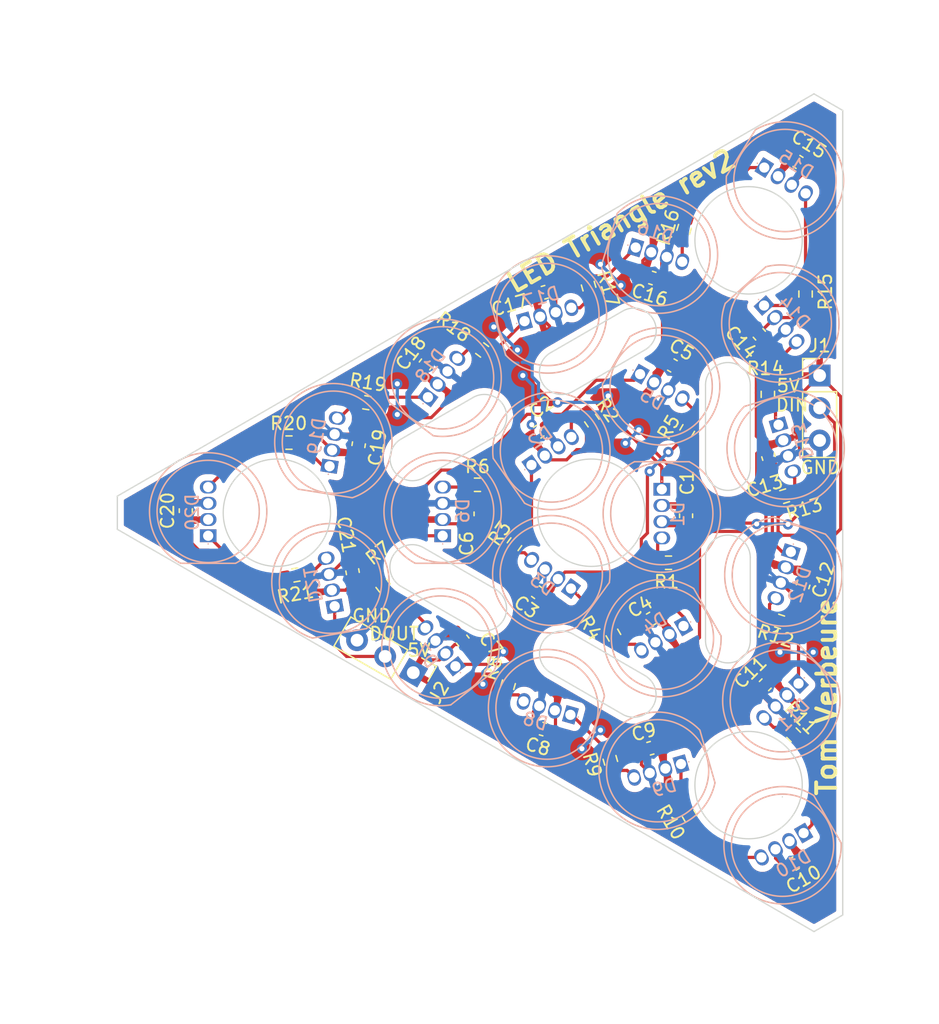
<source format=kicad_pcb>
(kicad_pcb (version 20211014) (generator pcbnew)
  (layers (0 "F.Cu" signal) (31 "B.Cu" signal) (34 "B.Paste" user) (35 "F.Paste" user) (36 "B.SilkS" user "B.Silkscreen") (37 "F.SilkS" user "F.Silkscreen") (38 "B.Mask" user) (39 "F.Mask" user) (44 "Edge.Cuts" user))
  (net 0 "")
  (net 1 "Net-(D1-Pad1)")
  (net 2 "+5V")
  (net 3 "GND")
  (net 4 "Net-(D1-Pad4)")
  (net 5 "Net-(D2-Pad1)")
  (net 6 "Net-(D2-Pad4)")
  (net 7 "Net-(D3-Pad1)")
  (net 8 "Net-(D3-Pad4)")
  (net 9 "Net-(D4-Pad1)")
  (net 10 "Net-(D4-Pad4)")
  (net 11 "Net-(D5-Pad1)")
  (net 12 "Net-(D5-Pad4)")
  (net 13 "Net-(D6-Pad1)")
  (net 14 "Net-(D6-Pad4)")
  (net 15 "Net-(D7-Pad1)")
  (net 16 "Net-(D7-Pad4)")
  (net 17 "Net-(D8-Pad1)")
  (net 18 "Net-(D8-Pad4)")
  (net 19 "Net-(D9-Pad1)")
  (net 20 "Net-(D9-Pad4)")
  (net 21 "Net-(D10-Pad1)")
  (net 22 "Net-(D10-Pad4)")
  (net 23 "Net-(D11-Pad1)")
  (net 24 "Net-(D11-Pad4)")
  (net 25 "Net-(D12-Pad1)")
  (net 26 "Net-(D12-Pad4)")
  (net 27 "Net-(D13-Pad1)")
  (net 28 "Net-(D13-Pad4)")
  (net 29 "Net-(D14-Pad1)")
  (net 30 "Net-(D14-Pad4)")
  (net 31 "Net-(D15-Pad1)")
  (net 32 "Net-(D15-Pad4)")
  (net 33 "Net-(D16-Pad1)")
  (net 34 "Net-(D16-Pad4)")
  (net 35 "Net-(D17-Pad1)")
  (net 36 "Net-(D17-Pad4)")
  (net 37 "Net-(D18-Pad1)")
  (net 38 "Net-(D18-Pad4)")
  (net 39 "Net-(D19-Pad1)")
  (net 40 "Net-(D19-Pad4)")
  (net 41 "Net-(D20-Pad1)")
  (net 42 "Net-(D20-Pad4)")
  (net 43 "/DOUT")
  (net 44 "Net-(D21-Pad4)")
  (net 45 "/DIN")
  (footprint "Capacitor_SMD:C_0603_1608Metric" (layer "F.Cu") (at 158.760512 89.287069 -108)
    (fp_text reference "C12")
    (fp_text value "100nF")
  )
  (footprint "Resistor_SMD:R_0603_1608Metric" (layer "F.Cu") (at 158.95 66.525 -90)
    (fp_text reference "R15")
    (fp_text value "75")
  )
  (footprint "Capacitor_SMD:C_0603_1608Metric" (layer "F.Cu") (at 146.87883 91.9375 -150)
    (fp_text reference "C4")
    (fp_text value "100nF")
  )
  (footprint "Capacitor_SMD:C_0603_1608Metric" (layer "F.Cu") (at 146.805022 102.063619 -164)
    (fp_text reference "C9")
    (fp_text value "100nF")
  )
  (footprint "Connector_PinHeader_2.54mm:PinHeader_1x03_P2.54mm_Vertical" (layer "F.Cu") (at 128.25 96.15 -120)
    (fp_text reference "J2")
    (fp_text value "Conn_01x03_Male")
  )
  (footprint "Resistor_SMD:R_0603_1608Metric" (layer "F.Cu") (at 142.226799 76.4242 -55)
    (fp_text reference "R2")
    (fp_text value "75")
  )
  (footprint "Capacitor_SMD:C_0603_1608Metric" (layer "F.Cu") (at 146.958864 65.273412 -17)
    (fp_text reference "C16")
    (fp_text value "100nF")
  )
  (footprint "Resistor_SMD:R_0603_1608Metric" (layer "F.Cu") (at 141.972599 65.906959 106)
    (fp_text reference "R17")
    (fp_text value "75")
  )
  (footprint "Resistor_SMD:R_0603_1608Metric" (layer "F.Cu") (at 135.672599 97.093041 74)
    (fp_text reference "R8")
    (fp_text value "75")
  )
  (footprint "Resistor_SMD:R_0603_1608Metric" (layer "F.Cu") (at 124.614843 75.029058 -9)
    (fp_text reference "R19")
    (fp_text value "75")
  )
  (footprint "Resistor_SMD:R_0603_1608Metric" (layer "F.Cu") (at 156.915378 92.145061 -18)
    (fp_text reference "R12")
    (fp_text value "75")
  )
  (footprint "Connector_PinHeader_2.54mm:PinHeader_1x03_P2.54mm_Vertical" (layer "F.Cu") (at 160.05 72.9)
    (fp_text reference "J1")
    (fp_text value "Conn_01x03_Male")
  )
  (footprint "Resistor_SMD:R_0603_1608Metric" (layer "F.Cu") (at 158.016637 101.016637 -45)
    (fp_text reference "R11")
    (fp_text value "75")
  )
  (footprint "Resistor_SMD:R_0603_1608Metric" (layer "F.Cu") (at 156 74.375 -90)
    (fp_text reference "R14")
    (fp_text value "75")
  )
  (footprint "Capacitor_SMD:C_0603_1608Metric" (layer "F.Cu") (at 132.122862 93.639292 128)
    (fp_text reference "C7")
    (fp_text value "100nF")
  )
  (footprint "Resistor_SMD:R_0603_1608Metric" (layer "F.Cu") (at 143.672599 103.006959 106)
    (fp_text reference "R9")
    (fp_text value "75")
  )
  (footprint "Capacitor_SMD:C_0603_1608Metric" (layer "F.Cu") (at 156.05 79.25 -73)
    (fp_text reference "C13")
    (fp_text value "100nF")
  )
  (footprint "Resistor_SMD:R_0603_1608Metric" (layer "F.Cu") (at 125.892079 89.349891 128)
    (fp_text reference "R7")
    (fp_text value "75")
  )
  (footprint "Resistor_SMD:R_0603_1608Metric" (layer "F.Cu") (at 148.225 87.55)
    (fp_text reference "R1")
    (fp_text value "75")
  )
  (footprint "Capacitor_SMD:C_0603_1608Metric" (layer "F.Cu") (at 138.394978 100.563619 164)
    (fp_text reference "C8")
    (fp_text value "100nF")
  )
  (footprint "Capacitor_SMD:C_0603_1608Metric" (layer "F.Cu") (at 155.331424 69.674063 -48)
    (fp_text reference "C14")
    (fp_text value "100nF")
  )
  (footprint "Resistor_SMD:R_0603_1608Metric" (layer "F.Cu") (at 133.275 81.45)
    (fp_text reference "R6")
    (fp_text value "75")
  )
  (footprint "Capacitor_SMD:C_0603_1608Metric" (layer "F.Cu") (at 129.216407 72.031057 53)
    (fp_text reference "C18")
    (fp_text value "100nF")
  )
  (footprint "Capacitor_SMD:C_0603_1608Metric" (layer "F.Cu") (at 132.5 83.725 90)
    (fp_text reference "C6")
    (fp_text value "100nF")
  )
  (footprint "Capacitor_SMD:C_0603_1608Metric" (layer "F.Cu") (at 138.544978 66.386381 16)
    (fp_text reference "C17")
    (fp_text value "100nF")
  )
  (footprint "Capacitor_SMD:C_0603_1608Metric" (layer "F.Cu") (at 110.45 83.475 90)
    (fp_text reference "C20")
    (fp_text value "100nF")
  )
  (footprint "Resistor_SMD:R_0603_1608Metric" (layer "F.Cu") (at 143.9125 93.214471 120)
    (fp_text reference "R4")
    (fp_text value "75")
  )
  (footprint "Resistor_SMD:R_0603_1608Metric" (layer "F.Cu") (at 149.6875 77.214471 -120)
    (fp_text reference "R5")
    (fp_text value "75")
  )
  (footprint "Resistor_SMD:R_0603_1608Metric" (layer "F.Cu") (at 157.311049 82.341207 -163)
    (fp_text reference "R13")
    (fp_text value "75")
  )
  (footprint "Resistor_SMD:R_0603_1608Metric" (layer "F.Cu") (at 136.171723 86.098961 54)
    (fp_text reference "R3")
    (fp_text value "75")
  )
  (footprint "Capacitor_SMD:C_0603_1608Metric" (layer "F.Cu") (at 155.798008 97.101992 -135)
    (fp_text reference "C11")
    (fp_text value "100nF")
  )
  (footprint "Capacitor_SMD:C_0603_1608Metric" (layer "F.Cu") (at 148.52883 72.1125 -30)
    (fp_text reference "C5")
    (fp_text value "100nF")
  )
  (footprint "Capacitor_SMD:C_0603_1608Metric" (layer "F.Cu") (at 138.065157 77.294522 35)
    (fp_text reference "C2")
    (fp_text value "100nF")
  )
  (footprint "Resistor_SMD:R_0603_1608Metric" (layer "F.Cu") (at 149.8875 107.385529 120)
    (fp_text reference "R10")
    (fp_text value "75")
  )
  (footprint "Resistor_SMD:R_0603_1608Metric" (layer "F.Cu") (at 119.062466 88.50674 -170)
    (fp_text reference "R21")
    (fp_text value "75")
  )
  (footprint "Resistor_SMD:R_0603_1608Metric" (layer "F.Cu") (at 149.441207 61.461049 73)
    (fp_text reference "R16")
    (fp_text value "75")
  )
  (footprint "Capacitor_SMD:C_0603_1608Metric" (layer "F.Cu") (at 149.6 83.875 -90)
    (fp_text reference "C1")
    (fp_text value "100nF")
  )
  (footprint "Capacitor_SMD:C_0603_1608Metric" (layer "F.Cu") (at 123.978763 78.315458 81)
    (fp_text reference "C19")
    (fp_text value "100nF")
  )
  (footprint "Capacitor_SMD:C_0603_1608Metric" (layer "F.Cu") (at 158.357237 56.189313 -32)
    (fp_text reference "C15")
    (fp_text value "100nF")
  )
  (footprint "Capacitor_SMD:C_0603_1608Metric" (layer "F.Cu") (at 137.926988 89.855534 144)
    (fp_text reference "C3")
    (fp_text value "100nF")
  )
  (footprint "Capacitor_SMD:C_0603_1608Metric" (layer "F.Cu") (at 158.07883 111.0875 -150)
    (fp_text reference "C10")
    (fp_text value "100nF")
  )
  (footprint "Resistor_SMD:R_0603_1608Metric" (layer "F.Cu") (at 118.525 78.15)
    (fp_text reference "R20")
    (fp_text value "75")
  )
  (footprint "Resistor_SMD:R_0603_1608Metric" (layer "F.Cu") (at 133.641126 70.903503 -37)
    (fp_text reference "R18")
    (fp_text value "75")
  )
  (footprint "Capacitor_SMD:C_0603_1608Metric" (layer "F.Cu") (at 123.5 88.25 100)
    (fp_text reference "C21")
    (fp_text value "100nF")
  )
  (footprint "LED_ball_footprints:LED_D8.0mm-4" (layer "B.Cu") (at 147.368796 103.825089 -164)
    (fp_text reference "D9")
    (fp_text value "WS2812D-F8")
  )
  (footprint "LED_ball_footprints:LED_D8.0mm-4" (layer "B.Cu") (at 157.211323 88.511763 -108)
    (fp_text reference "D12")
    (fp_text value "WS2812D-F8")
  )
  (footprint "LED_ball_footprints:LED_D8.0mm-4" (layer "B.Cu") (at 157.334468 57.640504 -32)
    (fp_text reference "D15")
    (fp_text value "WS2812D-F8")
  )
  (footprint "LED_ball_footprints:LED_D8.0mm-4" (layer "B.Cu") (at 121.7692 89.073941 100)
    (fp_text reference "D21")
    (fp_text value "WS2812D-F8")
  )
  (footprint "LED_ball_footprints:LED_D8.0mm-4" (layer "B.Cu") (at 147.650222 73.7475 -30)
    (fp_text reference "D5")
    (fp_text value "WS2812D-F8")
  )
  (footprint "LED_ball_footprints:LED_D8.0mm-4" (layer "B.Cu") (at 130.377165 94.14884 128)
    (fp_text reference "D7")
    (fp_text value "WS2812D-F8")
  )
  (footprint "LED_ball_footprints:LED_D8.0mm-4" (layer "B.Cu") (at 112.2 83.535 90)
    (fp_text reference "D20")
    (fp_text value "WS2812D-F8")
  )
  (footprint "LED_ball_footprints:LED_D8.0mm-4" (layer "B.Cu") (at 130.546458 73.078599 53)
    (fp_text reference "D18")
    (fp_text value "WS2812D-F8")
  )
  (footprint "LED_ball_footprints:LED_D8.0mm-4" (layer "B.Cu") (at 147.7 83.705 -90)
    (fp_text reference "D1")
    (fp_text value "WS2812D-F8")
  )
  (footprint "LED_ball_footprints:LED_D8.0mm-4" (layer "B.Cu") (at 130.55 83.535 90)
    (fp_text reference "D6")
    (fp_text value "WS2812D-F8")
  )
  (footprint "LED_ball_footprints:LED_D8.0mm-4" (layer "B.Cu") (at 147.478239 63.443032 -17)
    (fp_text reference "D16")
    (fp_text value "WS2812D-F8")
  )
  (footprint "LED_ball_footprints:LED_D8.0mm-4" (layer "B.Cu") (at 157.052962 98.347038 -135)
    (fp_text reference "D11")
    (fp_text value "WS2812D-F8")
  )
  (footprint "LED_ball_footprints:LED_D8.0mm-4" (layer "B.Cu") (at 121.998008 78.118454 81)
    (fp_text reference "D19")
    (fp_text value "WS2812D-F8")
  )
  (footprint "LED_ball_footprints:LED_D8.0mm-4" (layer "B.Cu") (at 139.05 88.45 144)
    (fp_text reference "D3")
    (fp_text value "WS2812D-F8")
  )
  (footprint "LED_ball_footprints:LED_D8.0mm-4" (layer "B.Cu") (at 157.150222 109.6525 -150)
    (fp_text reference "D10")
    (fp_text value "WS2812D-F8")
  )
  (footprint "LED_ball_footprints:LED_D8.0mm-4" (layer "B.Cu") (at 138.718796 98.924911 164)
    (fp_text reference "D8")
    (fp_text value "WS2812D-F8")
  )
  (footprint "LED_ball_footprints:LED_D8.0mm-4" (layer "B.Cu") (at 138.789599 68.12503 16)
    (fp_text reference "D17")
    (fp_text value "WS2812D-F8")
  )
  (footprint "LED_ball_footprints:LED_D8.0mm-4" (layer "B.Cu") (at 156.974694 68.840691 -48)
    (fp_text reference "D14")
    (fp_text value "WS2812D-F8")
  )
  (footprint "LED_ball_footprints:LED_D8.0mm-4" (layer "B.Cu") (at 157.393032 78.578239 -73)
    (fp_text reference "D13")
    (fp_text value "WS2812D-F8")
  )
  (footprint "LED_ball_footprints:LED_D8.0mm-4" (layer "B.Cu") (at 139.060485 78.807337 35)
    (fp_text reference "D2")
    (fp_text value "WS2812D-F8")
  )
  (footprint "LED_ball_footprints:LED_D8.0mm-4" (layer "B.Cu") (at 147.750222 93.4525 -150)
    (fp_text reference "D4")
    (fp_text value "WS2812D-F8")
  )
  (gr_line (start 129.058 80.8975) (end 134.687 77.6475) (layer "Edge.Cuts") (width 0.1))
  (gr_line (start 144.628 99.4065) (end 138.999 96.1565) (layer "Edge.Cuts") (width 0.1))
  (gr_line (start 159.608 116.4105) (end 161.858 115.1115) (layer "Edge.Cuts") (width 0.1))
  (gr_arc (start 138.999 96.1565) (mid 138.358658 93.766091) (end 140.749 93.1255) (layer "Edge.Cuts") (width 0.1))
  (gr_arc (start 132.937 74.6165) (mid 135.326908 75.257342) (end 134.687 77.6475) (layer "Edge.Cuts") (width 0.1))
  (gr_line (start 161.858 52.1615) (end 161.858 115.1115) (layer "Edge.Cuts") (width 0.1))
  (gr_arc (start 144.628 67.8665) (mid 147.018659 68.506908) (end 146.378 70.8975) (layer "Edge.Cuts") (width 0.1))
  (gr_line (start 151.122 80.1365) (end 151.122 73.6365) (layer "Edge.Cuts") (width 0.1))
  (gr_arc (start 140.749 74.1475) (mid 138.358658 73.506909) (end 138.999 71.1165) (layer "Edge.Cuts") (width 0.1))
  (gr_line (start 132.937 92.6565) (end 127.308 89.4065) (layer "Edge.Cuts") (width 0.1))
  (gr_line (start 127.308 77.8665) (end 132.937 74.6165) (layer "Edge.Cuts") (width 0.1))
  (gr_line (start 157.135 105.8685) (end 157.135 105.8685) (layer "Edge.Cuts") (width 0.1))
  (gr_line (start 151.122 87.1365) (end 151.122 93.6365) (layer "Edge.Cuts") (width 0.1))
  (gr_circle (center 117.577 83.6365) (end 121.777 83.6365) (layer "Edge.Cuts") (width 0.1) (fill none))
  (gr_line (start 154.622 73.6365) (end 154.622 80.1365) (layer "Edge.Cuts") (width 0.1))
  (gr_line (start 159.608 50.8625) (end 161.858 52.1615) (layer "Edge.Cuts") (width 0.1))
  (gr_line (start 159.608 116.4105) (end 105.092 84.9355) (layer "Edge.Cuts") (width 0.1))
  (gr_line (start 105.092 82.3375) (end 159.608 50.8625) (layer "Edge.Cuts") (width 0.1))
  (gr_circle (center 154.491 104.9485) (end 158.691 104.9485) (layer "Edge.Cuts") (width 0.1) (fill none))
  (gr_arc (start 151.122 73.6365) (mid 152.872 71.8865) (end 154.622 73.6365) (layer "Edge.Cuts") (width 0.1))
  (gr_arc (start 146.378 96.3755) (mid 147.018659 98.766092) (end 144.628 99.4065) (layer "Edge.Cuts") (width 0.1))
  (gr_line (start 138.999 71.1165) (end 144.628 67.8665) (layer "Edge.Cuts") (width 0.1))
  (gr_line (start 140.749 93.1255) (end 146.378 96.3755) (layer "Edge.Cuts") (width 0.1))
  (gr_line (start 154.622 93.6365) (end 154.622 87.1365) (layer "Edge.Cuts") (width 0.1))
  (gr_arc (start 129.058 80.8975) (mid 126.666909 80.257341) (end 127.308 77.8665) (layer "Edge.Cuts") (width 0.1))
  (gr_arc (start 154.622 80.1365) (mid 152.872 81.8865) (end 151.122 80.1365) (layer "Edge.Cuts") (width 0.1))
  (gr_arc (start 154.622 93.6365) (mid 152.872 95.3865) (end 151.122 93.6365) (layer "Edge.Cuts") (width 0.1))
  (gr_arc (start 127.308 89.4065) (mid 126.666909 87.015659) (end 129.058 86.3755) (layer "Edge.Cuts") (width 0.1))
  (gr_arc (start 151.122 87.1365) (mid 152.872 85.3865) (end 154.622 87.1365) (layer "Edge.Cuts") (width 0.1))
  (gr_line (start 129.058 86.3755) (end 134.687 89.6255) (layer "Edge.Cuts") (width 0.1))
  (gr_circle (center 154.491 62.3245) (end 158.691 62.3245) (layer "Edge.Cuts") (width 0.1) (fill none))
  (gr_line (start 105.092 84.9355) (end 105.092 82.3375) (layer "Edge.Cuts") (width 0.1))
  (gr_arc (start 134.687 89.6255) (mid 135.326908 92.015658) (end 132.937 92.6565) (layer "Edge.Cuts") (width 0.1))
  (gr_line (start 146.378 70.8975) (end 140.749 74.1475) (layer "Edge.Cuts") (width 0.1))
  (gr_circle (center 142.186 83.6365) (end 146.386 83.6365) (layer "Edge.Cuts") (width 0.1) (fill none))
  (gr_text "DIN" (at 157.9 75.2) (layer "F.SilkS") (effects (font (size 1 1))))
  (gr_text "5V" (at 157.6 73.7) (layer "F.SilkS") (effects (font (size 1 1))))
  (gr_text "GND" (at 125 91.7) (layer "F.SilkS") (effects (font (size 1 1))))
  (gr_text "GND" (at 160.1 80.1) (layer "F.SilkS") (effects (font (size 1 1))))
  (gr_text "DOUT" (at 126.75 93.1) (layer "F.SilkS") (effects (font (size 1 1))))
  (gr_text "LED Triangle rev2" (at 144.5 60.8 30) (layer "F.SilkS") (effects (font (size 1.5 1.5) (thickness 0.3))))
  (gr_text "Tom Verbeure" (at 160.6 98.05 90) (layer "F.SilkS") (effects (font (size 1.5 1.5) (thickness 0.3))))
  (gr_text "5V" (at 128.7 94.4) (layer "F.SilkS") (effects (font (size 1 1))))
  (segment (start 142.3 77.2) (end 144.9 77.2) (width 0.25) (layer "F.Cu") (net 1))
  (segment (start 144.9 77.2) (end 145.45049 77.75049) (width 0.25) (layer "F.Cu") (net 1))
  (segment (start 145.45049 77.75049) (end 145.45049 77.786194) (width 0.25) (layer "F.Cu") (net 1))
  (segment (start 147.7 80.035704) (end 147.7 81.8) (width 0.25) (layer "F.Cu") (net 1))
  (segment (start 145.45049 77.786194) (end 147.7 80.035704) (width 0.25) (layer "F.Cu") (net 1))
  (segment (start 112.05 79.95) (end 113.4 78.6) (width 0.25) (layer "F.Cu") (net 2))
  (segment (start 155.12967 81.57033) (end 155.12967 79.002606) (width 0.25) (layer "F.Cu") (net 2))
  (segment (start 156.549796 68.368794) (end 158.581206 68.368794) (width 0.25) (layer "F.Cu") (net 2))
  (segment (start 156.95 94.55) (end 156.858823 94.458823) (width 0.25) (layer "F.Cu") (net 2))
  (segment (start 159.55 79.8) (end 159.55 81.925377) (width 0.25) (layer "F.Cu") (net 2))
  (segment (start 123.634577 88.865423) (end 124.45 88.05) (width 0.25) (layer "F.Cu") (net 2))
  (segment (start 128.9 70.35) (end 128.55 70.7) (width 0.25) (layer "F.Cu") (net 2))
  (segment (start 156.971312 78.114507) (end 156.017769 78.114507) (width 0.25) (layer "F.Cu") (net 2))
  (segment (start 161.7 84.9) (end 161.7 74.55) (width 0.25) (layer "F.Cu") (net 2))
  (segment (start 130.164305 73.585733) (end 130.85 74.271428) (width 0.25) (layer "F.Cu") (net 2))
  (segment (start 150.65 93.4) (end 150.65 85.75) (width 0.25) (layer "F.Cu") (net 2))
  (segment (start 139.1 75) (end 137 72.9) (width 0.25) (layer "F.Cu") (net 2))
  (segment (start 156.5069 54.9) (end 157.635526 56.028626) (width 0.25) (layer "F.Cu") (net 2))
  (segment (start 126.525 83.275) (end 125.35 82.1) (width 0.25) (layer "F.Cu") (net 2))
  (segment (start 128.55 72.45) (end 128.75 72.65) (width 0.25) (layer "F.Cu") (net 2))
  (segment (start 159.45 110.6) (end 158.65 110.6) (width 0.25) (layer "F.Cu") (net 2))
  (segment (start 138.553976 90.496024) (end 137.75 91.3) (width 0.25) (layer "F.Cu") (net 2))
  (segment (start 158.15 74.8) (end 157.7 74.35) (width 0.25) (layer "F.Cu") (net 2))
  (segment (start 138.7348 89.673892) (end 139.579948 88.828744) (width 0.25) (layer "F.Cu") (net 2))
  (segment (start 132.5 84.5) (end 130.88 84.5) (width 0.25) (layer "F.Cu") (net 2))
  (segment (start 130.88 84.5) (end 130.55 84.17) (width 0.25) (layer "F.Cu") (net 2))
  (segment (start 156.8 94.55) (end 156.95 94.55) (width 0.25) (layer "F.Cu") (net 2))
  (segment (start 115.8 77.35) (end 116.5 76.65) (width 0.25) (layer "F.Cu") (net 2))
  (segment (start 149.4 80.05) (end 148.35 80.05) (width 0.25) (layer "F.Cu") (net 2))
  (segment (start 160.4 93.7) (end 160.4 91.3) (width 0.25) (layer "F.Cu") (net 2))
  (segment (start 129.785733 73.585733) (end 128.9 72.7) (width 0.25) (layer "F.Cu") (net 2))
  (segment (start 124.45 83) (end 125.35 82.1) (width 0.25) (layer "F.Cu") (net 2))
  (segment (start 112.12 84.25) (end 112.2 84.17) (width 0.25) (layer "F.Cu") (net 2))
  (segment (start 139.508394 97.95) (end 139.379197 98.079197) (width 0.25) (layer "F.Cu") (net 2))
  (segment (start 157.407549 87.907842) (end 158.692158 87.907842) (width 0.25) (layer "F.Cu") (net 2))
  (segment (start 137.6 78) (end 137.6 76.9) (width 0.25) (layer "F.Cu") (net 2))
  (segment (start 158.65 111.95) (end 158.65 110.6) (width 0.25) (layer "F.Cu") (net 2))
  (segment (start 160.2 86.35) (end 160.2 86.4) (width 0.25) (layer "F.Cu") (net 2))
  (segment (start 151.7 56.45) (end 153.15 56.45) (width 0.25) (layer "F.Cu") (net 2))
  (segment (start 138.540323 79.171558) (end 138.868765 79.5) (width 0.25) (layer "F.Cu") (net 2))
  (segment (start 110 84.25) (end 109.4 83.65) (width 0.25) (layer "F.Cu") (net 2))
  (segment (start 137.6 78.231235) (end 138.540323 79.171558) (width 0.25) (layer "F.Cu") (net 2))
  (segment (start 133.37548 80.808697) (end 133.37548 82.07548) (width 0.25) (layer "F.Cu") (net 2))
  (segment (start 145.15 74.6) (end 143.6 74.6) (width 0.25) (layer "F.Cu") (net 2))
  (segment (start 155.55 95.8) (end 156.8 94.55) (width 0.25) (layer "F.Cu") (net 2))
  (segment (start 156.8 85.1) (end 157.1 85.4) (width 0.25) (layer "F.Cu") (net 2))
  (segment (start 134 82.7) (end 134 84.45) (width 0.25) (layer "F.Cu") (net 2))
  (segment (start 147.125 77.114408) (end 145.930296 75.919704) (width 0.25) (layer "F.Cu") (net 2))
  (segment (start 149.2 83.1) (end 150.9 83.1) (width 0.25) (layer "F.Cu") (net 2))
  (segment (start 119.600706 89.699294) (end 119.4 89.9) (width 0.25) (layer "F.Cu") (net 2))
  (segment (start 110.65 85.75) (end 110.65 84.25) (width 0.25) (layer "F.Cu") (net 2))
  (segment (start 157.635526 56.028626) (end 157.635526 56.464436) (width 0.25) (layer "F.Cu") (net 2))
  (segment (start 157.501975 97.898025) (end 160.8 101.19605) (width 0.25) (layer "F.Cu") (net 2))
  (segment (start 158.581206 68.368794) (end 159.147989 68.368794) (width 0.25) (layer "F.Cu") (net 2))
  (segment (start 158.15 77.4) (end 157.579015 77.970985) (width 0.25) (layer "F.Cu") (net 2))
  (segment (start 155.850979 83.750979) (end 155.850979 86.950979) (width 0.25) (layer "F.Cu") (net 2))
  (segment (start 138.553976 90.311068) (end 138.553976 90.496024) (width 0.25) (layer "F.Cu") (net 2))
  (segment (start 155.12967 79.002606) (end 155.573412 78.558864) (width 0.25) (layer "F.Cu") (net 2))
  (segment (start 155.1 74.25) (end 155.1 73.866783) (width 0.25) (layer "F.Cu") (net 2))
  (segment (start 150.9 83.1) (end 153.6 83.1) (width 0.25) (layer "F.Cu") (net 2))
  (segment (start 141.1 102.45) (end 139.839956 102.45) (width 0.25) (layer "F.Cu") (net 2))
  (segment (start 159.25 85.4) (end 160.2 86.35) (width 0.25) (layer "F.Cu") (net 2))
  (segment (start 128.9 70.35) (end 130.15 69.1) (width 0.25) (layer "F.Cu") (net 2))
  (segment (start 161.7 74.55) (end 160.05 72.9) (width 0.25) (layer "F.Cu") (net 2))
  (segment (start 155.1 71.8) (end 152.898126 69.598126) (width 0.25) (layer "F.Cu") (net 2))
  (segment (start 158.4 91.35) (end 160.35 91.35) (width 0.25) (layer "F.Cu") (net 2))
  (segment (start 130.85 75) (end 129.65 76.2) (width 0.25) (layer "F.Cu") (net 2))
  (segment (start 135.45 94.35) (end 135.3 94.5) (width 0.25) (layer "F.Cu") (net 2))
  (segment (start 141.05 78.7) (end 141.95 78.7) (width 0.25) (layer "F.Cu") (net 2))
  (segment (start 149.2 83.1) (end 147.73 83.1) (width 0.25) (layer "F.Cu") (net 2))
  (segment (start 120.85 77.696964) (end 121.898672 78.745636) (width 0.25) (layer "F.Cu") (net 2))
  (segment (start 144.046084 88.278744) (end 147.59234 91.825) (width 0.25) (layer "F.Cu") (net 2))
  (segment (start 133.95 84.5) (end 132.5 84.5) (width 0.25) (layer "F.Cu") (net 2))
  (segment (start 110.7 79.95) (end 112.05 79.95) (width 0.25) (layer "F.Cu") (net 2))
  (segment (start 145.930296 77.119704) (end 145.930296 75.919704) (width 0.25) (layer "F.Cu") (net 2))
  (segment (start 145.930296 74.6) (end 145.15 74.6) (width 0.25) (layer "F.Cu") (net 2))
  (segment (start 115.7 89.9) (end 112.75 86.95) (width 0.25) (layer "F.Cu") (net 2))
  (segment (start 149.6 109.6) (end 150.8 109.6) (width 0.25) (layer "F.Cu") (net 2))
  (segment (start 150.65 85.75) (end 151.3 85.1) (width 0.25) (layer "F.Cu") (net 2))
  (segment (start 155.2 74.35) (end 155.1 74.25) (width 0.25) (layer "F.Cu") (net 2))
  (segment (start 130.15 69.1) (end 134.55 69.1) (width 0.25) (layer "F.Cu") (net 2))
  (segment (start 155.2 83.1) (end 155.850979 83.750979) (width 0.25) (layer "F.Cu") (net 2))
  (segment (start 147.979197 107.120803) (end 147.55 107.55) (width 0.25) (layer "F.Cu") (net 2))
  (segment (start 116.5 76.65) (end 119.803036 76.65) (width 0.25) (layer "F.Cu") (net 2))
  (segment (start 127 73.55) (end 123.3 73.55) (width 0.25) (layer "F.Cu") (net 2))
  (segment (start 133.7 97.05) (end 133.7 99.5) (width 0.25) (layer "F.Cu") (net 2))
  (segment (start 130.85 74.271428) (end 130.85 75) (width 0.25) (layer "F.Cu") (net 2))
  (segment (start 112.75 86.95) (end 111.85 86.95) (width 0.25) (layer "F.Cu") (net 2))
  (segment (start 160.05 70.72625) (end 160.05 69.837588) (width 0.25) (layer "F.Cu") (net 2))
  (segment (start 141.95 78.7) (end 144.35 78.7) (width 0.25) (layer "F.Cu") (net 2))
  (segment (start 160.45 67.066783) (end 160.45 55.75) (width 0.25) (layer "F.Cu") (net 2))
  (segment (start 158.15 74.8) (end 160.05 72.9) (width 0.25) (layer "F.Cu") (net 2))
  (segment (start 123.857526 79.080916) (end 122.233952 79.080916) (width 0.25) (layer "F.Cu") (net 2))
  (segment (start 154.3 85.1) (end 155.850979 86.650979) (width 0.25) (layer "F.Cu") (net 2))
  (segment (start 157.635526 56.464436) (end 156.795957 57.304005) (width 0.25) (layer "F.Cu") (net 2))
  (segment (start 109.4 83.65) (end 109.4 81.25) (width 0.25) (layer "F.Cu") (net 2))
  (segment (start 145.414552 65.85) (end 146.217728 65.046824) (width 0.25) (layer "F.Cu") (net 2))
  (segment (start 155.1 73.866783) (end 155.1 71.8) (width 0.25) (layer "F.Cu") (net 2))
  (segment (start 125.35 82.1) (end 125.35 78.5) (width 0.25) (layer "F.Cu") (net 2))
  (segment (start 141.95 78.7) (end 141.805739 78.555739) (width 0.25) (layer "F.Cu") (net 2))
  (segment (start 160.4 90) (end 158.9 88.5) (width 0.25) (layer "F.Cu") (net 2))
  (segment (start 147.979197 102.479197) (end 147.6 102.1) (width 0.25) (layer "F.Cu") (net 2))
  (segment (start 138.65 102) (end 139.144978 101.505022) (width 0.25) (layer "F.Cu") (net 2))
  (segment (start 153.6 83.1) (end 155.12967 81.57033) (width 0.25) (layer "F.Cu") (net 2))
  (segment (start 125.35 78.5) (end 124.769084 79.080916) (width 0.25) (layer "F.Cu") (net 2))
  (segment (start 138.9 69.020862) (end 138.9 69.15) (width 0.25) (layer "F.Cu") (net 2))
  (segment (start 156.8 83.95) (end 156.8 85.1) (width 0.25) (layer "F.Cu") (net 2))
  (segment (start 150.8 109.6) (end 152.7 111.5) (width 0.25) (layer "F.Cu") (net 2))
  (segment (start 148.300148 93.135) (end 148.300148 92.532808) (width 0.25) (layer "F.Cu") (net 2))
  (segment (start 123.634577 89.013226) (end 123.634577 88.865423) (width 0.25) (layer "F.Cu") (net 2))
  (segment (start 155.823412 78.373412) (end 155.1 77.65) (width 0.25) (layer "F.Cu") (net 2))
  (segment (start 156.549796 68.368794) (end 157.692544 68.368794) (width 0.25) (layer "F.Cu") (net 2))
  (segment (start 155.670464 69.248126) (end 156.549796 68.368794) (width 0.25) (layer "F.Cu") (net 2))
  (segment (start 127.42 84.17) (end 126.525 83.275) (width 0.25) (layer "F.Cu") (net 2))
  (segment (start 160.8 101.19605) (end 160.8 109.25) (width 0.25) (layer "F.Cu") (net 2))
  (segment (start 152.898126 69.248126) (end 155.262848 69.248126) (width 0.25) (layer "F.Cu") (net 2))
  (segment (start 158.307842 87.907842) (end 158.9 88.5) (width 0.25) (layer "F.Cu") (net 2))
  (segment (start 158.471018 78.721018) (end 159.55 79.8) (width 0.25) (layer "F.Cu") (net 2))
  (segment (start 152.898126 69.598126) (end 152.898126 69.248126) (width 0.25) (layer "F.Cu") (net 2))
  (segment (start 155.1 77.65) (end 155.1 74.25) (width 0.25) (layer "F.Cu") (net 2))
  (segment (start 130.44952 80.30048) (end 132.867263 80.30048) (width 0.25) (layer "F.Cu") (net 2))
  (segment (start 156.507842 87.907842) (end 157.407549 87.907842) (width 0.25) (layer "F.Cu") (net 2))
  (segment (start 148.300148 93.135) (end 148.300148 93.650148) (width 0.25) (layer "F.Cu") (net 2))
  (segment (start 147.6 102.1) (end 147.6 101.9) (width 0.25) (layer "F.Cu") (net 2))
  (segment (start 158.15 76.935819) (end 158.15 74.8) (width 0.25) (layer "F.Cu") (net 2))
  (segment (start 121.978761 89.6) (end 121.879467 89.699294) (width 0.25) (layer "F.Cu") (net 2))
  (segment (start 157.635526 55.714474) (end 157.635526 56.028626) (width 0.25) (layer "F.Cu") (net 2))
  (segment (start 139.379197 100.3794) (end 139.144978 100.613619) (width 0.25) (layer "F.Cu") (net 2))
  (segment (start 137.275 92.525) (end 135.45 94.35) (width 0.25) (layer "F.Cu") (net 2))
  (segment (start 158.15 76.935819) (end 158.15 77.4) (width 0.25) (layer "F.Cu") (net 2))
  (segment (start 130.3 95.15) (end 130.95 94.5) (width 0.25) (layer "F.Cu") (net 2))
  (segment (start 137.9 70.15) (end 137.15 70.9) (width 0.25) (layer "F.Cu") (net 2))
  (segment (start 147.979197 103.650059) (end 147.979197 107.120803) (width 0.25) (layer "F.Cu") (net 2))
  (segment (start 126.525 83.275) (end 127.475 83.275) (width 0.25) (layer "F.Cu") (net 2))
  (segment (start 131.5 93.95) (end 132.55 93.95) (width 0.25) (layer "F.Cu") (net 2))
  (segment (start 127.25 76.2) (end 127 75.95) (width 0.25) (layer "F.Cu") (net 2))
  (segment (start 157.1 85.4) (end 159.25 85.4) (width 0.25) (layer "F.Cu") (net 2))
  (segment (start 137.9 65.45) (end 137.9 66.8) (width 0.25) (layer "F.Cu") (net 2))
  (segment (start 123.3 73.55) (end 120.85 76) (width 0.25) (layer "F.Cu") (net 2))
  (segment (start 137.75 92) (end 137.775 92.025) (width 0.25) (layer "F.Cu") (net 2))
  (segment (start 138.9 69.15) (end 137.9 70.15) (width 0.25) (layer "F.Cu") (net 2))
  (segment (start 156.498008 96.701992) (end 156.451992 96.701992) (width 0.25) (layer "F.Cu") (net 2))
  (segment (start 157.579015 77.970985) (end 157.207376 77.970985) (width 0.25) (layer "F.Cu") (net 2))
  (segment (start 142.6 63.9) (end 139.45 63.9) (width 0.25) (layer "F.Cu") (net 2))
  (segment (start 147.100296 73.43) (end 145.930296 74.6) (width 0.25) (layer "F.Cu") (net 2))
  (segment (start 154.7 54.9) (end 156.5069 54.9) (width 0.25) (layer "F.Cu") (net 2))
  (segment (start 158.475377 83) (end 157.75 83) (width 0.25) (layer "F.Cu") (net 2))
  (segment (start 155.262848 69.248126) (end 155.670464 69.248126) (width 0.25) (layer "F.Cu") (net 2))
  (segment (start 136.8255 71.3255) (end 136.4 70.9) (width 0.25) (layer "F.Cu") (net 2))
  (segment (start 130.55 84.17) (end 127.42 84.17) (width 0.25) (layer "F.Cu") (net 2))
  (segment (start 155.850979 87.250979) (end 156.507842 87.907842) (width 0.25) (layer "F.Cu") (net 2))
  (segment (start 119.4 89.9) (end 115.7 89.9) (width 0.25) (layer "F.Cu") (net 2))
  (segment (start 130.164305 73.585733) (end 129.785733 73.585733) (width 0.25) (layer "F.Cu") (net 2))
  (segment (start 141.45 102.1) (end 141.1 102.45) (width 0.25) (layer "F.Cu") (net 2))
  (segment (start 144.5 65.85) (end 145.414552 65.85) (width 0.25) (layer "F.Cu") (net 2))
  (segment (start 141.805739 78.555739) (end 141.805739 76.844261) (width 0.25) (layer "F.Cu") (net 2))
  (segment (start 137.15 70.9) (end 136.4 70.9) (width 0.25) (layer "F.Cu") (net 2))
  (segment (start 157.407549 87.907842) (end 158.307842 87.907842) (width 0.25) (layer "F.Cu") (net 2))
  (segment (start 147.6 101.9) (end 146.7 101) (width 0.25) (layer "F.Cu") (net 2))
  (segment (start 146.870985 60.129015) (end 149.145995 57.854005) (width 0.25) (layer "F.Cu") (net 2))
  (segment (start 155.5 112.9) (end 157.7 112.9) (width 0.25) (layer "F.Cu") (net 2))
  (segment (start 139.379197 99.049941) (end 139.379197 100.3794) (width 0.25) (layer "F.Cu") (net 2))
  (segment (start 115.2 77.35) (end 115.8 77.35) (width 0.25) (layer "F.Cu") (net 2))
  (segment (start 127.475 83.275) (end 130.44952 80.30048) (width 0.25) (layer "F.Cu") (net 2))
  (segment (start 147.100296 72.682364) (end 147.75766 72.025) (width 0.25) (layer "F.Cu") (net 2))
  (segment (start 147.55 107.55) (end 149.6 109.6) (width 0.25) (layer "F.Cu") (net 2))
  (segment (start 132.867263 80.30048) (end 133.37548 80.808697) (width 0.25) (layer "F.Cu") (net 2))
  (segment (start 119.803036 76.65) (end 121.898672 78.745636) (width 0.25) (layer "F.Cu") (net 2))
  (segment (start 124.769084 79.080916) (end 123.857526 79.080916) (width 0.25) (layer "F.Cu") (net 2))
  (segment (start 128.9 95.15) (end 130.3 95.15) (width 0.25) (layer "F.Cu") (net 2))
  (segment (start 146.217728 65.954445) (end 146.217728 65.046824) (width 0.25) (layer "F.Cu") (net 2))
  (segment (start 137 72.9) (end 136.8255 72.9) (width 0.25) (layer "F.Cu") (net 2))
  (segment (start 147.100296 73.43) (end 147.100296 72.682364) (width 0.25) (layer "F.Cu") (net 2))
  (segment (start 139.579948 88.828744) (end 140.129948 88.278744) (width 0.25) (layer "F.Cu") (net 2))
  (segment (start 146.217728 63.910633) (end 146.870985 63.257376) (width 0.25) (layer "F.Cu") (net 2))
  (segment (start 128.25 96.15) (end 128.55 95.85) (width 0.25) (layer "F.Cu") (net 2))
  (segment (start 147.75766 72.025) (end 147.75766 67.494377) (width 0.25) (layer "F.Cu") (net 2))
  (segment (start 160.2 86.4) (end 161.7 84.9) (width 0.25) (layer "F.Cu") (net 2))
  (segment (start 145.930296 75.919704) (end 145.930296 74.6) (width 0.25) (layer "F.Cu") (net 2))
  (segment (start 146.217728 65.046824) (end 146.217728 63.910633) (width 0.25) (layer "F.Cu") (net 2))
  (segment (start 157.501975 97.705959) (end 156.498008 96.701992) (width 0.25) (layer "F.Cu") (net 2))
  (segment (start 159.75 55.05) (end 158.3 55.05) (width 0.25) (layer "F.Cu") (net 2))
  (segment (start 158.3 55.05) (end 157.635526 55.714474) (width 0.25) (layer "F.Cu") (net 2))
  (segment (start 137.275 95.975) (end 137.275 92.525) (width 0.25) (layer "F.Cu") (net 2))
  (segment (start 127.65 76.2) (end 125.35 78.5) (width 0.25) (layer "F.Cu") (net 2))
  (segment (start 140.129948 88.278744) (end 144.046084 88.278744) (width 0.25) (layer "F.Cu") (net 2))
  (segment (start 158.692158 87.907842) (end 160.2 86.4) (width 0.25) (layer "F.Cu") (net 2))
  (segment (start 142.9 64.2) (end 142.6 63.9) (width 0.25) (layer "F.Cu") (net 2))
  (segment (start 156.858823 92.041177) (end 157.75 91.15) (width 0.25) (layer "F.Cu") (net 2))
  (segment (start 145.9 77.15) (end 145.930296 77.119704) (width 0.25) (layer "F.Cu") (net 2))
  (segment (start 111.85 86.95) (end 110.65 85.75) (width 0.25) (layer "F.Cu") (net 2))
  (segment (start 137.6 78) (end 137.6 78.231235) (width 0.25) (layer "F.Cu") (net 2))
  (segment (start 137.2 102) (end 138.65 102) (width 0.25) (layer "F.Cu") (net 2))
  (segment (start 146.870985 63.257376) (end 146.870985 60.129015) (width 0.25) (layer "F.Cu") (net 2))
  (segment (start 110.65 84.25) (end 112.12 84.25) (width 0.25) (layer "F.Cu") (net 2))
  (segment (start 109.4 81.25) (end 110.7 79.95) (width 0.25) (layer "F.Cu") (net 2))
  (segment (start 139.55 75) (end 139.1 75) (width 0.25) (layer "F.Cu") (net 2))
  (segment (start 138.7348 90.1192) (end 138.7348 89.673892) (width 0.25) (layer "F.Cu") (net 2))
  (segment (start 157.7 74.35) (end 155.583217 74.35) (width 0.25) (layer "F.Cu") (net 2))
  (segment (start 137.75 91.3) (end 137.75 92) (width 0.25) (layer "F.Cu") (net 2))
  (segment (start 157.7 112.9) (end 158.65 111.95) (width 0.25) (layer "F.Cu") (net 2))
  (segment (start 150.534534 69.248126) (end 152.898126 69.248126) (width 0.25) (layer "F.Cu") (net 2))
  (segment (start 150.9 81.55) (end 149.4 80.05) (width 0.25) (layer "F.Cu") (net 2))
  (segment (start 120.85 76) (end 120.85 77.696964) (width 0.25) (layer "F.Cu") (net 2))
  (segment (start 139.379197 98.079197) (end 137.275 95.975) (width 0.25) (layer "F.Cu") (net 2))
  (segment (start 146.7 101) (end 143.25 101) (width 0.25) (layer "F.Cu") (net 2))
  (segment (start 121.879467 89.699294) (end 119.600706 89.699294) (width 0.25) (layer "F.Cu") (net 2))
  (segment (start 135.85 100.65) (end 137.2 102) (width 0.25) (layer "F.Cu") (net 2))
  (segment (start 158.65 110.284852) (end 157.700148 109.335) (width 0.25) (layer "F.Cu") (net 2))
  (segment (start 134 84.45) (end 133.95 84.5) (width 0.25) (layer "F.Cu") (net 2))
  (segment (start 138.179198 68.30006) (end 138.9 69.020862) (width 0.25) (layer "F.Cu") (net 2))
  (segment (start 155.823412 78.508864) (end 155.823412 78.373412) (width 0.25) (layer "F.Cu") (net 2))
  (segment (start 149.145995 57.854005) (end 150.295995 57.854005) (width 0.25) (layer "F.Cu") (net 2))
  (segment (start 160.4 91.3) (end 160.4 90) (width 0.25) (layer "F.Cu") (net 2))
  (segment (start 130.95 94.5) (end 131.5 93.95) (width 0.25) (layer "F.Cu") (net 2))
  (segment (start 144.35 78.7) (end 144.85 78.2) (width 0.25) (layer "F.Cu") (net 2))
  (segment (start 160.35 91.35) (end 160.4 91.3) (width 0.25) (layer "F.Cu") (net 2))
  (segment (start 147.75766 72.025) (end 150.534534 69.248126) (width 0.25) (layer "F.Cu") (net 2))
  (segment (start 133.7 99.5) (end 134.85 100.65) (width 0.25) (layer "F.Cu") (net 2))
  (segment (start 137.9 68.020862) (end 138.179198 68.30006) (width 0.25) (layer "F.Cu") (net 2))
  (segment (start 139.144978 101.505022) (end 139.144978 100.613619) (width 0.25) (layer "F.Cu") (net 2))
  (segment (start 153.6 83.1) (end 155.2 83.1) (width 0.25) (layer "F.Cu") (net 2))
  (segment (start 157.501975 97.898025) (end 157.501975 97.705959) (width 0.25) (layer "F.Cu") (net 2))
  (segment (start 143.25 101) (end 142.9 100.65) (width 0.25) (layer "F.Cu") (net 2))
  (segment (start 158.471018 77.721018) (end 158.471018 78.721018) (width 0.25) (layer "F.Cu") (net 2))
  (segment (start 121.879467 89.699294) (end 122.948509 89.699294) (width 0.25) (layer "F.Cu") (net 2))
  (segment (start 154.1 111.5) (end 155.5 112.9) (width 0.25) (layer "F.Cu") (net 2))
  (segment (start 149.7 94.35) (end 150.65 93.4) (width 0.25) (layer "F.Cu") (net 2))
  (segment (start 158.15 77.4) (end 158.471018 77.721018) (width 0.25) (layer "F.Cu") (net 2))
  (segment (start 157.75 83) (end 156.8 83.95) (width 0.25) (layer "F.Cu") (net 2))
  (segment (start 122.233952 79.080916) (end 121.898672 78.745636) (width 0.25) (layer "F.Cu") (net 2))
  (segment (start 159.147989 68.368794) (end 160.45 67.066783) (width 0.25) (layer "F.Cu") (net 2))
  (segment (start 153.15 56.45) (end 154.7 54.9) (width 0.25) (layer "F.Cu") (net 2))
  (segment (start 158.2 91.15) (end 158.4 91.35) (width 0.25) (layer "F.Cu") (net 2))
  (segment (start 113.95 78.6) (end 115.2 77.35) (width 0.25) (layer "F.Cu") (net 2))
  (segment (start 128.55 70.7) (end 128.55 72.45) (width 0.25) (layer "F.Cu") (net 2))
  (segment (start 148.300148 93.650148) (end 149 94.35) (width 0.25) (layer "F.Cu") (net 2))
  (segment (start 127.65 76.2) (end 127.25 76.2) (width 0.25) (layer "F.Cu") (net 2))
  (segment (start 139.379197 99.049941) (end 139.379197 98.079197) (width 0.25) (layer "F.Cu") (net 2))
  (segment (start 141.805739 76.844261) (end 143.5 75.15) (width 0.25) (layer "F.Cu") (net 2))
  (segment (start 155.583217 74.35) (end 155.2 74.35) (width 0.25) (layer "F.Cu") (net 2))
  (segment (start 156.451992 96.701992) (end 155.55 95.8) (width 0.25) (layer "F.Cu") (net 2))
  (segment (start 152.7 111.5) (end 154.1 111.5) (width 0.25) (layer "F.Cu") (net 2))
  (segment (start 159.55 94.55) (end 160.4 93.7) (width 0.25) (layer "F.Cu") (net 2))
  (segment (start 133.37548 82.07548) (end 134 82.7) (width 0.25) (layer "F.Cu") (net 2))
  (segment (start 129.65 76.2) (end 127.65 76.2) (width 0.25) (layer "F.Cu") (net 2))
  (segment (start 156.017769 78.114507) (end 155.573412 78.558864) (width 0.25) (layer "F.Cu") (net 2))
  (segment (start 155.850979 86.950979) (end 155.850979 87.250979) (width 0.25) (layer "F.Cu") (net 2))
  (segment (start 128.55 95.85) (end 128.55 95.5) (width 0.25) (layer "F.Cu") (net 2))
  (segment (start 143.5 75.15) (end 143.5 74.5) (width 0.25) (layer "F.Cu") (net 2))
  (segment (start 138.868765 79.5) (end 140.25 79.5) (width 0.25) (layer "F.Cu") (net 2))
  (segment (start 139.45 63.9) (end 137.9 65.45) (width 0.25) (layer "F.Cu") (net 2))
  (segment (start 160.05 69.837588) (end 158.581206 68.368794) (width 0.25) (layer "F.Cu") (net 2))
  (segment (start 137.775 92.025) (end 137.275 92.525) (width 0.25) (layer "F.Cu") (net 2))
  (segment (start 158.65 110.6) (end 158.65 110.284852) (width 0.25) (layer "F.Cu") (net 2))
  (segment (start 147.125 78.825) (end 147.125 77.114408) (width 0.25) (layer "F.Cu") (net 2))
  (segment (start 150.295995 57.854005) (end 151.7 56.45) (width 0.25) (layer "F.Cu") (net 2))
  (segment (start 147.73 83.1) (end 147.7 83.07) (width 0.25) (layer "F.Cu") (net 2))
  (segment (start 151.3 85.1) (end 154.3 85.1) (width 0.25) (layer "F.Cu") (net 2))
  (segment (start 149 94.35) (end 149.7 94.35) (width 0.25) (layer "F.Cu") (net 2))
  (segment (start 113.4 78.6) (end 113.95 78.6) (width 0.25) (layer "F.Cu") (net 2))
  (segment (start 128.55 95.5) (end 128.9 95.15) (width 0.25) (layer "F.Cu") (net 2))
  (segment (start 160.8 109.25) (end 159.45 110.6) (width 0.25) (layer "F.Cu") (net 2))
  (segment (start 137.9 66.8) (end 137.9 68.020862) (width 0.25) (layer "F.Cu") (net 2))
  (segment (start 136.8255 72.9) (end 136.8255 71.3255) (width 0.25) (layer "F.Cu") (net 2))
  (segment (start 143.6 74.6) (end 143.5 74.5) (width 0.25) (layer "F.Cu") (net 2))
  (segment (start 160.45 55.75) (end 159.75 55.05) (width 0.25) (layer "F.Cu") (net 2))
  (segment (start 155.850979 86.650979) (end 155.850979 86.950979) (width 0.25) (layer "F.Cu") (net 2))
  (segment (start 140.25 79.5) (end 141.05 78.7) (width 0.25) (layer "F.Cu") (net 2))
  (segment (start 160.05 70.72625) (end 160.05 72.9) (width 0.25) (layer "F.Cu") (net 2))
  (segment (start 156.858823 94.458823) (end 156.858823 92.041177) (width 0.25) (layer "F.Cu") (net 2))
  (segment (start 150.9 83.1) (end 150.9 81.55) (width 0.25) (layer "F.Cu") (net 2))
  (segment (start 147.75766 67.494377) (end 146.217728 65.954445) (width 0.25) (layer "F.Cu") (net 2))
  (segment (start 148.300148 92.532808) (end 147.59234 91.825) (width 0.25) (layer "F.Cu") (net 2))
  (segment (start 134.85 100.65) (end 135.85 100.65) (width 0.25) (layer "F.Cu") (net 2))
  (segment (start 139.839956 102.45) (end 139.144978 101.755022) (width 0.25) (layer "F.Cu") (net 2))
  (segment (start 157.75 91.15) (end 158.2 91.15) (width 0.25) (layer "F.Cu") (net 2))
  (segment (start 139.144978 101.755022) (end 139.144978 100.613619) (width 0.25) (layer "F.Cu") (net 2))
  (segment (start 148.35 80.05) (end 147.125 78.825) (width 0.25) (layer "F.Cu") (net 2))
  (segment (start 159.55 81.925377) (end 158.475377 83) (width 0.25) (layer "F.Cu") (net 2))
  (segment (start 110.65 84.25) (end 110 84.25) (width 0.25) (layer "F.Cu") (net 2))
  (segment (start 124.45 88.05) (end 124.45 83) (width 0.25) (layer "F.Cu") (net 2))
  (segment (start 122.948509 89.699294) (end 123.634577 89.013226) (width 0.25) (layer "F.Cu") (net 2))
  (segment (start 147.979197 103.650059) (end 147.979197 102.479197) (width 0.25) (layer "F.Cu") (net 2))
  (via (at 136.4 70.9) (size 0.8) (drill 0.4) (layers "F.Cu" "B.Cu") (net 2))
  (via (at 133.7 97.05) (size 0.8) (drill 0.4) (layers "F.Cu" "B.Cu") (net 2))
  (via (at 127 75.95) (size 0.8) (drill 0.4) (layers "F.Cu" "B.Cu") (net 2))
  (via (at 142.9 64.2) (size 0.8) (drill 0.4) (layers "F.Cu" "B.Cu") (net 2))
  (via (at 136.8255 72.9) (size 0.8) (drill 0.4) (layers "F.Cu" "B.Cu") (net 2))
  (via (at 144.5 65.85) (size 0.8) (drill 0.4) (layers "F.Cu" "B.Cu") (net 2))
  (via (at 134.55 69.1) (size 0.8) (drill 0.4) (layers "F.Cu" "B.Cu") (net 2))
  (via (at 144.85 78.2) (size 0.8) (drill 0.4) (layers "F.Cu" "B.Cu") (net 2))
  (via (at 127 73.55) (size 0.8) (drill 0.4) (layers "F.Cu" "B.Cu") (net 2))
  (via (at 137.524006 76.748013) (size 0.8) (drill 0.4) (layers "F.Cu" "B.Cu") (net 2))
  (via (at 135.3 94.5) (size 0.8) (drill 0.4) (layers "F.Cu" "B.Cu") (net 2))
  (via (at 156.95 94.55) (size 0.8) (drill 0.4) (layers "F.Cu" "B.Cu") (net 2))
  (via (at 145.9 77.15) (size 0.8) (drill 0.4) (layers "F.Cu" "B.Cu") (net 2))
  (via (at 159.55 94.55) (size 0.8) (drill 0.4) (layers "F.Cu" "B.Cu") (net 2))
  (via (at 141.45 102.1) (size 0.8) (drill 0.4) (layers "F.Cu" "B.Cu") (net 2))
  (via (at 139.55 75) (size 0.8) (drill 0.4) (layers "F.Cu" "B.Cu") (net 2))
  (via (at 142.9 100.65) (size 0.8) (drill 0.4) (layers "F.Cu" "B.Cu") (net 2))
  (via (at 143.5 74.5) (size 0.8) (drill 0.4) (layers "F.Cu" "B.Cu") (net 2))
  (segment (start 142.9 100.65) (end 141.45 102.1) (width 0.25) (layer "B.Cu") (net 2))
  (segment (start 137.6 73.6745) (end 136.8255 72.9) (width 0.25) (layer "B.Cu") (net 2))
  (segment (start 139.55 75) (end 143 75) (width 0.25) (layer "B.Cu") (net 2))
  (segment (start 143 75) (end 143.5 74.5) (width 0.25) (layer "B.Cu") (net 2))
  (segment (start 133.7 96.1) (end 133.7 97.05) (width 0.25) (layer "B.Cu") (net 2))
  (segment (start 134.7 69.25) (end 134.55 69.1) (width 0.25) (layer "B.Cu") (net 2))
  (segment (start 144.85 78.2) (end 145.9 77.15) (width 0.25) (layer "B.Cu") (net 2))
  (segment (start 135.3 94.5) (end 133.7 96.1) (width 0.25) (layer "B.Cu") (net 2))
  (segment (start 136.4 70.9) (end 134.75 69.25) (width 0.25) (layer "B.Cu") (net 2))
  (segment (start 127 75.95) (end 127 73.55) (width 0.25) (layer "B.Cu") (net 2))
  (segment (start 156.95 94.55) (end 159.55 94.55) (width 0.25) (layer "B.Cu") (net 2))
  (segment (start 133.7 97.2) (end 133.7 97.05) (width 0.25) (layer "B.Cu") (net 2))
  (segment (start 137.6 76.9) (end 137.6 73.6745) (width 0.25) (layer "B.Cu") (net 2))
  (segment (start 134.75 69.25) (end 134.7 69.25) (width 0.25) (layer "B.Cu") (net 2))
  (segment (start 144.5 65.8) (end 142.9 64.2) (width 0.25) (layer "B.Cu") (net 2))
  (segment (start 144.5 65.85) (end 144.5 65.8) (width 0.25) (layer "B.Cu") (net 2))
  (segment (start 129.832814 71.475668) (end 130.928611 72.571465) (width 0.25) (layer "F.Cu") (net 3))
  (segment (start 148.200148 73.699852) (end 149.1 72.8) (width 0.25) (layer "F.Cu") (net 3))
  (segment (start 130.6 82.95) (end 130.55 82.9) (width 0.25) (layer "F.Cu") (net 3))
  (segment (start 156.3 70.4) (end 156.31218 70.4) (width 0.25) (layer "F.Cu") (net 3))
  (segment (start 146.25 92.6) (end 146.25 92.819704) (width 0.25) (layer "F.Cu") (net 3))
  (segment (start 122.713226 87.486774) (end 123.365423 87.486774) (width 0.25) (layer "F.Cu") (net 3))
  (segment (start 121.658933 88.448588) (end 121.751412 88.448588) (width 0.25) (layer "F.Cu") (net 3))
  (segment (start 156.600296 110.667636) (end 157.30766 111.375) (width 0.25) (layer "F.Cu") (net 3))
  (segment (start 130.16811 93.499226) (end 130.825082 93.499226) (width 0.25) (layer "F.Cu") (net 3))
  (segment (start 156.630503 80.041136) (end 157.342624 79.329015) (width 0.25) (layer "F.Cu") (net 3))
  (segment (start 110.65 82.7) (end 112 82.7) (width 0.25) (layer "F.Cu") (net 3))
  (segment (start 156.026588 80.041136) (end 156.630503 80.041136) (width 0.25) (layer "F.Cu") (net 3))
  (segment (start 156.600296 109.97) (end 156.600296 110.667636) (width 0.25) (layer "F.Cu") (net 3))
  (segment (start 156.603949 98.796051) (end 156.400035 98.796051) (width 0.25) (layer "F.Cu") (net 3))
  (segment (start 137.655022 100.186381) (end 137.655022 99.203254) (width 0.25) (layer "F.Cu") (net 3))
  (segment (start 146.25 92.819704) (end 147.200296 93.77) (width 0.25) (layer "F.Cu") (net 3))
  (segment (start 139.4 67.95) (end 139.4 66.382806) (width 0.25) (layer "F.Cu") (net 3))
  (segment (start 137.480824 89.208132) (end 137.480824 89.153928) (width 0.25) (layer "F.Cu") (net 3))
  (segment (start 138.869686 77.110956) (end 138.869686 77.732155) (width 0.25) (layer "F.Cu") (net 3))
  (segment (start 122.097344 77.491272) (end 124.041272 77.491272) (width 0.25) (layer "F.Cu") (net 3))
  (segment (start 130.825082 93.499226) (end 131.595724 92.728584) (width 0.25) (layer "F.Cu") (net 3))
  (segment (start 148.200148 74.065) (end 148.200148 73.699852) (width 0.25) (layer "F.Cu") (net 3))
  (segment (start 146.110044 102.527238) (end 146.110044 103.351768) (width 0.25) (layer "F.Cu") (net 3))
  (segment (start 157.873551 89.974138) (end 157.015097 89.115684) (width 0.25) (layer "F.Cu") (net 3))
  (segment (start 137.655022 99.203254) (end 138.158395 98.699881) (width 0.25) (layer "F.Cu") (net 3))
  (segment (start 122.033973 88.073548) (end 121.658933 88.448588) (width 0.25) (layer "F.Cu") (net 3))
  (segment (start 149.2 84.65) (end 148.01 84.65) (width 0.25) (layer "F.Cu") (net 3))
  (segment (start 121.751412 88.448588) (end 122.713226 87.486774) (width 0.25) (layer "F.Cu") (net 3))
  (segment (start 148.01 84.65) (end 147.7 84.34) (width 0.25) (layer "F.Cu") (net 3))
  (segment (start 129.832814 71.462114) (end 129.832814 71.475668) (width 0.25) (layer "F.Cu") (net 3))
  (segment (start 132.5 82.95) (end 130.6 82.95) (width 0.25) (layer "F.Cu") (net 3))
  (segment (start 158.95 56.899982) (end 157.872979 57.977003) (width 0.25) (layer "F.Cu") (net 3))
  (segment (start 139.4 66.382806) (end 139.389956 66.372762) (width 0.25) (layer "F.Cu") (net 3))
  (segment (start 147.7 64.014181) (end 148.085493 63.628688) (width 0.25) (layer "F.Cu") (net 3))
  (segment (start 156.31218 70.4) (end 157.399592 69.312588) (width 0.25) (layer "F.Cu") (net 3))
  (segment (start 138.869686 77.732155) (end 139.580647 78.443116) (width 0.25) (layer "F.Cu") (net 3))
  (segment (start 137.480824 89.153928) (end 138.552496 88.082256) (width 0.25) (layer "F.Cu") (net 3))
  (segment (start 122.119532 77.469084) (end 122.097344 77.491272) (width 0.25) (layer "F.Cu") (net 3))
  (segment (start 112 82.7) (end 112.2 82.9) (width 0.25) (layer "F.Cu") (net 3))
  (segment (start 158.95 56.85) (end 158.95 56.899982) (width 0.25) (layer "F.Cu") (net 3))
  (segment (start 124.041272 77.491272) (end 124.1 77.55) (width 0.25) (layer "F.Cu") (net 3))
  (segment (start 158.421024 89.974138) (end 157.873551 89.974138) (width 0.25) (layer "F.Cu") (net 3))
  (segment (start 146.110044 103.351768) (end 146.758395 104.000119) (width 0.25) (layer "F.Cu") (net 3))
  (segment (start 156.400035 98.796051) (end 155.401992 97.798008) (width 0.25) (layer "F.Cu") (net 3))
  (segment (start 147.7 65.5) (end 147.7 64.014181) (width 0.25) (layer "F.Cu") (net 3))
  (segment (start 157.45 54.35) (end 155.45 54.35) (width 0.25) (layer "B.Cu") (net 3))
  (segment (start 146.758395 101.541605) (end 149.5 98.8) (width 0.25) (layer "B.Cu") (net 3))
  (segment (start 129.75 71.55) (end 126.84293 71.55) (width 0.25) (layer "B.Cu") (net 3))
  (segment (start 139.4 67.95) (end 139.6 68.15) (width 0.25) (layer "B.Cu") (net 3))
  (segment (start 123.85 78.45) (end 122.891272 77.491272) (width 0.25) (layer "B.Cu") (net 3))
  (segment (start 137.55 72.988796) (end 137.55 71.5) (width 0.25) (layer "B.Cu") (net 3))
  (segment (start 146.758395 104.000119) (end 146.758395 101.541605) (width 0.25) (layer "B.Cu") (net 3))
  (segment (start 157.342624 79.329015) (end 156.321639 80.35) (width 0.25) (layer "B.Cu") (net 3))
  (segment (start 157.872979 57.977003) (end 158.15 57.699982) (width 0.25) (layer "B.Cu") (net 3))
  (segment (start 139.6 69.45) (end 139.8 69.45) (width 0.25) (layer "B.Cu") (net 3))
  (segment (start 133 93.95) (end 134.1 93.95) (width 0.25) (layer "B.Cu") (net 3))
  (segment (start 138.04951 73.488306) (end 137.55 72.988796) (width 0.25) (layer "B.Cu") (net 3))
  (segment (start 138.552496 90.552496) (end 138.552496 89.297504) (width 0.25) (layer "B.Cu") (net 3))
  (segment (start 151.8 56.5) (end 150.45 57.85) (width 0.25) (layer "B.Cu") (net 3))
  (segment (start 158.4 57.05) (end 158.4 56.1) (width 0.25) (layer "B.Cu") (net 3))
  (segment (start 118.65 78.5) (end 119.658728 77.491272) (width 0.25) (layer "B.Cu") (net 3))
  (segment (start 150.05 86.35) (end 145.8 90.6) (width 0.25) (layer "B.Cu") (net 3))
  (segment (start 157.5 111.2) (end 158.95 111.2) (width 0.25) (layer "B.Cu") (net 3))
  (segment (start 139.580647 78.180647) (end 138.9 77.5) (width 0.25) (layer "B.Cu") (net 3))
  (segment (start 139.8 69.45) (end 140.55 69.45) (width 0.25) (layer "B.Cu") (net 3))
  (segment (start 124.95 92.510591) (end 124.95 89.5) (width 0.25) (layer "B.Cu") (net 3))
  (segment (start 129.617336 94.05) (end 130.16811 93.499226) (width 0.25) (layer "B.Cu") (net 3))
  (segment (start 153.3 56.5) (end 151.8 56.5) (width 0.25) (layer "B.Cu") (net 3))
  (segment (start 149.5 98.8) (end 152.230296 98.8) (width 0.25) (layer "B.Cu") (net 3))
  (segment (start 160.5 109.65) (end 160.5 107.95) (width 0.25) (layer "B.Cu") (net 3))
  (segment (start 121.2 75.7) (end 124.328535 72.571465) (width 0.25) (layer "B.Cu") (net 3))
  (segment (start 158.3 73.3) (end 156.2 71.2) (width 0.25) (layer "B.Cu") (net 3))
  (segment (start 126.85 93.5) (end 127.6 93.5) (width 0.25) (layer "B.Cu") (net 3))
  (segment (start 156.2 70.51218) (end 157.399592 69.312588) (width 0.25) (layer "B.Cu") (net 3))
  (segment (start 156.321639 80.678361) (end 154.35 82.65) (width 0.25) (layer "B.Cu") (net 3))
  (segment (start 152.35 82.65) (end 150.66 84.34) (width 0.25) (layer "B.Cu") (net 3))
  (segment (start 158.7 77.971639) (end 158.7 76.55) (width 0.25) (layer "B.Cu") (net 3))
  (segment (start 150.05 85.4) (end 148.99 84.34) (width 0.25) (layer "B.Cu") (net 3))
  (segment (start 145.130296 91.7) (end 139.7 91.7) (width 0.25) (layer "B.Cu") (net 3))
  (segment (start 149.35 57.85) (end 147.35 59.85) (width 0.25) (layer "B.Cu") (net 3))
  (segment (start 148.99 84.34) (end 147.7 84.34) (width 0.25) (layer "B.Cu") (net 3))
  (segment (start 123.850591 93.61) (end 124.95 92.510591) (width 0.25) (layer "B.Cu") (net 3))
  (segment (start 156.600296 110.050296) (end 156.9 110.35) (width 0.25) (layer "B.Cu") (net 3))
  (segment (start 155.35 85.9) (end 154.1 84.65) (width 0.25) (layer "B.Cu") (net 3))
  (segment (start 156.600296 109.97) (end 156.600296 110.050296) (width 0.25) (layer "B.Cu") (net 3))
  (segment (start 152.230296 98.8) (end 152.55 98.8) (width 0.25) (layer "B.Cu") (net 3))
  (segment (start 127.15 82.9) (end 123.85 79.6) (width 0.25) (layer "B.Cu") (net 3))
  (segment (start 138.552496 88.082256) (end 138.552496 89.297504) (width 0.25) (layer "B.Cu") (net 3))
  (segment (start 124.328535 72.571465) (end 125.821465 72.571465) (width 0.25) (layer "B.Cu") (net 3))
  (segment (start 150.05 85.4) (end 150.05 86.35) (width 0.25) (layer "B.Cu") (net 3))
  (segment (start 139.6 68.85) (end 139.8 69.05) (width 0.25) (layer "B.Cu") (net 3))
  (segment (start 147.35 61.3) (end 148.085493 62.035493) (width 0.25) (layer "B.Cu") (net 3))
  (segment (start 124.95 89.5) (end 123.898588 88.448588) (width 0.25) (layer "B.Cu") (net 3))
  (segment (start 126.84293 71.55) (end 125.821465 72.571465) (width 0.25) (layer "B.Cu") (net 3))
  (segment (start 148.085493 66.844705) (end 148.085493 63.628688) (width 0.25) (layer "B.Cu") (net 3))
  (segment (start 138.158395 96.808395) (end 136.45 95.1) (width 0.25) (layer "B.Cu") (net 3))
  (segment (start 141.55 68.85) (end 143.5 66.9) (width 0.25) (layer "B.Cu") (net 3))
  (segment (start 136.45 95.1) (end 136.45 93.05) (width 0.25) (layer "B.Cu") (net 3))
  (segment (start 152.55 98.8) (end 152.553949 98.796051) (width 0.25) (layer "B.Cu") (net 3))
  (segment (start 123.898588 88.448588) (end 121.658933 88.448588) (width 0.25) (layer "B.Cu") (net 3))
  (segment (start 151.752968 70.51218) (end 156.2 70.51218) (width 0.25) (layer "B.Cu") (net 3))
  (segment (start 139.7 91.7) (end 138.552496 90.552496) (width 0.25) (layer "B.Cu") (net 3))
  (segment (start 154.1 82.9) (end 154.35 82.65) (width 0.25) (layer "B.Cu") (net 3))
  (segment (start 150.45 57.85) (end 149.35 57.85) (width 0.25) (layer "B.Cu") (net 3))
  (segment (start 122.097344 77.491272) (end 121.2 76.593928) (width 0.25) (layer "B.Cu") (net 3))
  (segment (start 141.15 68.85) (end 141.55 68.85) (width 0.25) (layer "B.Cu") (net 3))
  (segment (start 138.552496 89.297504) (end 136.45 91.4) (width 0.25) (layer "B.Cu") (net 3))
  (segment (start 112.2 82.9) (end 110.2 82.9) (width 0.25) (layer "B.Cu") (net 3))
  (segment (start 139.580647 78.443116) (end 139.580647 78.180647) (width 0.25) (layer "B.Cu") (net 3))
  (segment (start 125.860591 92.510591) (end 126.85 93.5) (width 0.25) (layer "B.Cu") (net 3))
  (segment (start 110.05 82.75) (end 110.05 81.2) (width 0.25) (layer "B.Cu") (net 3))
  (segment (start 116.35 78.5) (end 116.65 78.5) (width 0.25) (layer "B.Cu") (net 3))
  (segment (start 158.7 77.971639) (end 158.708361 77.98) (width 0.25) (layer "B.Cu") (net 3))
  (segment (start 157.015097 89.115684) (end 155.35 87.450587) (width 0.25) (layer "B.Cu") (net 3))
  (segment (start 135 93.3) (end 136.2 93.3) (width 0.25) (layer "B.Cu") (net 3))
  (segment (start 148.085493 62.035493) (end 148.085493 63.628688) (width 0.25) (layer "B.Cu") (net 3))
  (segment (start 148.200148 74.065) (end 151.752968 70.51218) (width 0.25) (layer "B.Cu") (net 3))
  (segment (start 132.35 93.3) (end 133 93.95) (width 0.25) (layer "B.Cu") (net 3))
  (segment (start 121.2 76.593928) (end 121.2 75.7) (width 0.25) (layer "B.Cu") (net 3))
  (segment (start 145.8 90.6) (end 145.8 92.369704) (width 0.25) (layer "B.Cu") (net 3))
  (segment (start 119.658728 77.491272) (end 122.097344 77.491272) (width 0.25) (layer "B.Cu") (net 3))
  (segment (start 158.8 55.7) (end 157.45 54.35) (width 0.25) (layer "B.Cu") (net 3))
  (segment (start 151.752968 70.51218) (end 148.085493 66.844705) (width 0.25) (layer "B.Cu") (net 3))
  (segment (start 136.2 93.3) (end 136.45 93.05) (width 0.25) (layer "B.Cu") (net 3))
  (segment (start 156.2 71.2) (end 156.2 70.51218) (width 0.25) (layer "B.Cu") (net 3))
  (segment (start 155.457898 97.65) (end 156.603949 98.796051) (width 0.25) (layer "B.Cu") (net 3))
  (segment (start 155.45 54.35) (end 153.3 56.5) (width 0.25) (layer "B.Cu") (net 3))
  (segment (start 154.1 84.65) (end 154.1 82.9) (width 0.25) (layer "B.Cu") (net 3))
  (segment (start 138.542852 75.057148) (end 138.049511 74.563807) (width 0.25) (layer "B.Cu") (net 3))
  (segment (start 159.435305 106.885305) (end 159.435305 101.627407) (width 0.25) (layer "B.Cu") (net 3))
  (segment (start 123.898588 86.151412) (end 127.15 82.9) (width 0.25) (layer "B.Cu") (net 3))
  (segment (start 138.9 77.5) (end 138.9 76.1) (width 0.25) (layer "B.Cu") (net 3))
  (segment (start 123.85 79.6) (end 123.85 78.45) (width 0.25) (layer "B.Cu") (net 3))
  (segment (start 137.55 71.5) (end 139.6 69.45) (width 0.25) (layer "B.Cu") (net 3))
  (segment (start 131.500774 93.499226) (end 131.7 93.3) (width 0.25) (layer "B.Cu") (net 3))
  (segment (start 148.030198 66.9) (end 148.085493 66.844705) (width 0.25) (layer "B.Cu") (net 3))
  (segment (start 159.435305 101.627407) (end 156.603949 98.796051) (width 0.25) (layer "B.Cu") (net 3))
  (segment (start 156.9 110.35) (end 156.9 110.6) (width 0.25) (layer "B.Cu") (net 3))
  (segment (start 158.3 76.15) (end 158.3 73.3) (width 0.25) (layer "B.Cu") (net 3))
  (segment (start 138.9 76.1) (end 138.542852 75.742852) (width 0.25) (layer "B.Cu") (net 3))
  (segment (start 150.66 84.34) (end 147.7 84.34) (width 0.25) (layer "B.Cu") (net 3))
  (segment (start 130.16811 93.499226) (end 131.500774 93.499226) (width 0.25) (layer "B.Cu") (net 3))
  (segment (start 156.321639 80.35) (end 156.321639 80.678361) (width 0.25) (layer "B.Cu") (net 3))
  (segment (start 157.342624 79.329015) (end 158.7 77.971639) (width 0.25) (layer "B.Cu") (net 3))
  (segment (start 147.35 59.85) (end 147.35 61.3) (width 0.25) (layer "B.Cu") (net 3))
  (segment (start 158.15 57.3) (end 158.4 57.05) (width 0.25) (layer "B.Cu") (net 3))
  (segment (start 130.928611 72.571465) (end 130.771465 72.571465) (width 0.25) (layer "B.Cu") (net 3))
  (segment (start 116.65 78.5) (end 118.65 78.5) (width 0.25) (layer "B.Cu") (net 3))
  (segment (start 123.898588 88.448588) (end 123.898588 86.151412) (width 0.25) (layer "B.Cu") (net 3))
  (segment (start 134.8 93.5) (end 135 93.3) (width 0.25) (layer "B.Cu") (net 3))
  (segment (start 130.55 82.9) (end 127.15 82.9) (width 0.25) (layer "B.Cu") (net 3))
  (segment (start 110.2 82.9) (end 110.05 82.75) (width 0.25) (layer "B.Cu") (net 3))
  (segment (start 139.8 69.05) (end 139.8 69.45) (width 0.25) (layer "B.Cu") (net 3))
  (segment (start 154.35 82.65) (end 152.35 82.65) (width 0.25) (layer "B.Cu") (net 3))
  (segment (start 114.85 78.5) (end 116.65 78.5) (width 0.25) (layer "B.Cu") (net 3))
  (segment (start 158.95 111.2) (end 160.5 109.65) (width 0.25) (layer "B.Cu") (net 3))
  (segment (start 131.7 93.3) (end 132.35 93.3) (width 0.25) (layer "B.Cu") (net 3))
  (segment (start 139.6 68.15) (end 139.6 68.85) (width 0.25) (layer "B.Cu") (net 3))
  (segment (start 110.05 81.2) (end 111.2 80.05) (width 0.25) (layer "B.Cu") (net 3))
  (segment (start 111.2 80.05) (end 113.3 80.05) (width 0.25) (layer "B.Cu") (net 3))
  (segment (start 127.6 93.5) (end 128.15 94.05) (width 0.25) (layer "B.Cu") (net 3))
  (segment (start 158.7 76.55) (end 158.3 76.15) (width 0.25) (layer "B.Cu") (net 3))
  (segment (start 113.3 80.05) (end 114.85 78.5) (width 0.25) (layer "B.Cu") (net 3))
  (segment (start 156.9 110.6) (end 157.5 111.2) (width 0.25) (layer "B.Cu") (net 3))
  (segment (start 134.1 93.95) (end 134.55 93.5) (width 0.25) (layer "B.Cu") (net 3))
  (segment (start 143.5 66.9) (end 148.030198 66.9) (width 0.25) (layer "B.Cu") (net 3))
  (segment (start 130.771465 72.571465) (end 129.75 71.55) (width 0.25) (layer "B.Cu") (net 3))
  (segment (start 158.4 56.1) (end 158.8 55.7) (width 0.25) (layer "B.Cu") (net 3))
  (segment (start 158.708361 77.98) (end 160.05 77.98) (width 0.25) (layer "B.Cu") (net 3))
  (segment (start 122.891272 77.491272) (end 122.097344 77.491272) (width 0.25) (layer "B.Cu") (net 3))
  (segment (start 124.95 92.510591) (end 125.860591 92.510591) (width 0.25) (layer "B.Cu") (net 3))
  (segment (start 145.8 92.369704) (end 147.200296 93.77) (width 0.25) (layer "B.Cu") (net 3))
  (segment (start 136.45 93.05) (end 136.45 91.4) (width 0.25) (layer "B.Cu") (net 3))
  (segment (start 154.053949 98.796051) (end 155.2 97.65) (width 0.25) (layer "B.Cu") (net 3))
  (segment (start 155.35 87.450587) (end 155.35 85.9) (width 0.25) (layer "B.Cu") (net 3))
  (segment (start 152.553949 98.796051) (end 154.053949 98.796051) (width 0.25) (layer "B.Cu") (net 3))
  (segment (start 160.5 107.95) (end 159.435305 106.885305) (width 0.25) (layer "B.Cu") (net 3))
  (segment (start 155.2 97.65) (end 155.457898 97.65) (width 0.25) (layer "B.Cu") (net 3))
  (segment (start 158.15 57.699982) (end 158.15 57.3) (width 0.25) (layer "B.Cu") (net 3))
  (segment (start 138.158395 98.699881) (end 138.158395 96.808395) (width 0.25) (layer "B.Cu") (net 3))
  (segment (start 138.542852 75.742852) (end 138.542852 75.057148) (width 0.25) (layer "B.Cu") (net 3))
  (segment (start 138.049511 74.563807) (end 138.04951 73.488306) (width 0.25) (layer "B.Cu") (net 3))
  (segment (start 145.8 92.369704) (end 145.130296 91.7) (width 0.25) (layer "B.Cu") (net 3))
  (segment (start 140.55 69.45) (end 141.15 68.85) (width 0.25) (layer "B.Cu") (net 3))
  (segment (start 134.55 93.5) (end 134.8 93.5) (width 0.25) (layer "B.Cu") (net 3))
  (segment (start 128.15 94.05) (end 129.617336 94.05) (width 0.25) (layer "B.Cu") (net 3))
  (segment (start 147.200296 93.77) (end 152.230296 98.8) (width 0.25) (layer "B.Cu") (net 3))
  (segment (start 147.375 85.935) (end 147.7 85.61) (width 0.25) (layer "F.Cu") (net 4))
  (segment (start 147.375 87.2) (end 147.375 85.935) (width 0.25) (layer "F.Cu") (net 4))
  (segment (start 136.668478 85.431522) (end 137.5 84.6) (width 0.25) (layer "F.Cu") (net 5))
  (segment (start 137.5 84.6) (end 137.5 79.9) (width 0.25) (layer "F.Cu") (net 5))
  (segment (start 136.656646 85.431522) (end 136.668478 85.431522) (width 0.25) (layer "F.Cu") (net 5))
  (segment (start 140.62097 77.714674) (end 140.62097 76.581028) (width 0.25) (layer "F.Cu") (net 6))
  (segment (start 140.62097 76.581028) (end 141.353598 75.8484) (width 0.25) (layer "F.Cu") (net 6))
  (segment (start 143.5 92.467832) (end 143.5 92.5) (width 0.25) (layer "F.Cu") (net 7))
  (segment (start 140.607399 89.575231) (end 143.5 92.467832) (width 0.25) (layer "F.Cu") (net 7))
  (segment (start 135.6868 86.7664) (end 136.955676 86.7664) (width 0.25) (layer "F.Cu") (net 8))
  (segment (start 136.955676 86.7664) (end 137.525045 87.335769) (width 0.25) (layer "F.Cu") (net 8))
  (segment (start 146.575 80.575) (end 146.75 80.4) (width 0.25) (layer "F.Cu") (net 9))
  (segment (start 148.318903 78.885039) (end 148.209637 78.885039) (width 0.25) (layer "F.Cu") (net 9))
  (segment (start 146.1 85.7) (end 146.575 85.225) (width 0.25) (layer "F.Cu") (net 9))
  (segment (start 146.1 88.5) (end 146.1 85.7) (width 0.25) (layer "F.Cu") (net 9))
  (segment (start 146.575 85.225) (end 146.575 80.575) (width 0.25) (layer "F.Cu") (net 9))
  (segment (start 149.275 77.928942) (end 148.318903 78.885039) (width 0.25) (layer "F.Cu") (net 9))
  (segment (start 149.4 91.8) (end 146.1 88.5) (width 0.25) (layer "F.Cu") (net 9))
  (segment (start 149.4 92.5) (end 149.4 91.8) (width 0.25) (layer "F.Cu") (net 9))
  (via (at 148.209637 78.885039) (size 0.8) (drill 0.4) (layers "F.Cu" "B.Cu") (net 9))
  (via (at 146.75 80.4) (size 0.8) (drill 0.4) (layers "F.Cu" "B.Cu") (net 9))
  (segment (start 146.75 80.344676) (end 148.209637 78.885039) (width 0.25) (layer "B.Cu") (net 9))
  (segment (start 146.75 80.4) (end 146.75 80.344676) (width 0.25) (layer "B.Cu") (net 9))
  (segment (start 145.624386 93.928942) (end 146.100444 94.405) (width 0.25) (layer "F.Cu") (net 10))
  (segment (start 144.325 93.928942) (end 145.624386 93.928942) (width 0.25) (layer "F.Cu") (net 10))
  (segment (start 134.1 81.1) (end 134.1 79) (width 0.25) (layer "F.Cu") (net 11))
  (segment (start 134.1 79) (end 137.16454 75.93546) (width 0.25) (layer "F.Cu") (net 11))
  (segment (start 137.16454 75.93546) (end 139.895652 75.93546) (width 0.25) (layer "F.Cu") (net 11))
  (segment (start 142.560279 73.270833) (end 145.524611 73.270833) (width 0.25) (layer "F.Cu") (net 11))
  (segment (start 139.895652 75.93546) (end 142.560279 73.270833) (width 0.25) (layer "F.Cu") (net 11))
  (segment (start 145.524611 73.270833) (end 146.000444 72.795) (width 0.25) (layer "F.Cu") (net 11))
  (segment (start 150.1 76.5) (end 150.1 75.5) (width 0.25) (layer "F.Cu") (net 12))
  (segment (start 150.1 75.5) (end 149.3 74.7) (width 0.25) (layer "F.Cu") (net 12))
  (segment (start 126.41 85.44) (end 125.25 86.6) (width 0.25) (layer "F.Cu") (net 13))
  (segment (start 125.25 86.6) (end 125.25 88.9) (width 0.25) (layer "F.Cu") (net 13))
  (segment (start 130.55 85.44) (end 126.41 85.44) (width 0.25) (layer "F.Cu") (net 13))
  (segment (start 130.55 81.63) (end 131.92 81.63) (width 0.25) (layer "F.Cu") (net 14))
  (segment (start 131.92 81.63) (end 132.45 81.1) (width 0.25) (layer "F.Cu") (net 14))
  (segment (start 135.100773 95.500773) (end 135.9 96.3) (width 0.25) (layer "F.Cu") (net 15))
  (segment (start 131.73189 95.500773) (end 135.100773 95.500773) (width 0.25) (layer "F.Cu") (net 15))
  (segment (start 126.4 90) (end 126.887767 90) (width 0.25) (layer "F.Cu") (net 16))
  (segment (start 126.887767 90) (end 129.38622 92.498453) (width 0.25) (layer "F.Cu") (net 16))
  (segment (start 143.413918 102.213918) (end 143.445198 102.213918) (width 0.25) (layer "F.Cu") (net 17))
  (segment (start 140.6 99.4) (end 143.413918 102.213918) (width 0.25) (layer "F.Cu") (net 17))
  (segment (start 135.445198 97.886082) (end 136.473852 97.886082) (width 0.25) (layer "F.Cu") (net 18))
  (segment (start 136.473852 97.886082) (end 136.937592 98.349822) (width 0.25) (layer "F.Cu") (net 18))
  (segment (start 149.2 106.396058) (end 149.475 106.671058) (width 0.25) (layer "F.Cu") (net 19))
  (segment (start 149.2 103.3) (end 149.2 106.396058) (width 0.25) (layer "F.Cu") (net 19))
  (segment (start 143.9 103.8) (end 144.987414 103.8) (width 0.25) (layer "F.Cu") (net 20))
  (segment (start 144.987414 103.8) (end 145.537592 104.350178) (width 0.25) (layer "F.Cu") (net 20))
  (segment (start 158.8 108.7) (end 159.45 108.05) (width 0.25) (layer "F.Cu") (net 21))
  (segment (start 159.45 102.75) (end 158.6 101.9) (width 0.25) (layer "F.Cu") (net 21))
  (segment (start 158.6 101.9) (end 158.6 101.6) (width 0.25) (layer "F.Cu") (net 21))
  (segment (start 159.45 108.05) (end 159.45 102.75) (width 0.25) (layer "F.Cu") (net 21))
  (segment (start 152.805 110.605) (end 155.500444 110.605) (width 0.25) (layer "F.Cu") (net 22))
  (segment (start 150.3 108.1) (end 152.805 110.605) (width 0.25) (layer "F.Cu") (net 22))
  (segment (start 158.4 93.7) (end 157.7 93) (width 0.25) (layer "F.Cu") (net 23))
  (segment (start 158.4 97) (end 158.4 93.7) (width 0.25) (layer "F.Cu") (net 23))
  (segment (start 157.7 93) (end 157.7 92.4) (width 0.25) (layer "F.Cu") (net 23))
  (segment (start 156.445122 100.433274) (end 155.705924 99.694076) (width 0.25) (layer "F.Cu") (net 24))
  (segment (start 157.433274 100.433274) (end 156.445122 100.433274) (width 0.25) (layer "F.Cu") (net 24))
  (segment (start 156.522098 82.582414) (end 156.350489 82.754023) (width 0.25) (layer "F.Cu") (net 25))
  (segment (start 157.11655 86.7) (end 157.8 86.7) (width 0.25) (layer "F.Cu") (net 25))
  (segment (start 156.350489 82.754023) (end 156.350489 85.933939) (width 0.25) (layer "F.Cu") (net 25))
  (segment (start 156.350489 85.933939) (end 157.11655 86.7) (width 0.25) (layer "F.Cu") (net 25))
  (segment (start 156.130756 90.815416) (end 156.622646 90.323526) (width 0.25) (layer "F.Cu") (net 26))
  (segment (start 156.130756 91.890122) (end 156.130756 90.815416) (width 0.25) (layer "F.Cu") (net 26))
  (segment (start 156.6 75.8) (end 156 75.2) (width 0.25) (layer "F.Cu") (net 27))
  (segment (start 156.6 76.9) (end 156.6 75.8) (width 0.25) (layer "F.Cu") (net 27))
  (segment (start 158.1 82.1) (end 158.1 80.929586) (width 0.25) (layer "F.Cu") (net 28))
  (segment (start 158.1 80.929586) (end 157.713936 80.543522) (width 0.25) (layer "F.Cu") (net 28))
  (segment (start 158.95 67.35) (end 158.875 67.425) (width 0.25) (layer "F.Cu") (net 29))
  (segment (start 158.875 67.425) (end 155.7 67.425) (width 0.25) (layer "F.Cu") (net 29))
  (segment (start 156 73.55) (end 156 72.50577) (width 0.25) (layer "F.Cu") (net 30))
  (segment (start 156 72.50577) (end 158.249388 70.256382) (width 0.25) (layer "F.Cu") (net 30))
  (segment (start 152.3 57.5) (end 153.7 57.5) (width 0.25) (layer "F.Cu") (net 31))
  (segment (start 149.682414 60.117586) (end 152.3 57.5) (width 0.25) (layer "F.Cu") (net 31))
  (segment (start 154.568992 56.631008) (end 155.718936 56.631008) (width 0.25) (layer "F.Cu") (net 31))
  (segment (start 149.682414 60.672098) (end 149.682414 60.117586) (width 0.25) (layer "F.Cu") (net 31))
  (segment (start 153.7 57.5) (end 154.568992 56.631008) (width 0.25) (layer "F.Cu") (net 31))
  (segment (start 158.95 65.7) (end 158.95 58.65) (width 0.25) (layer "F.Cu") (net 32))
  (segment (start 141.745198 65.113918) (end 143.428624 65.113918) (width 0.25) (layer "F.Cu") (net 33))
  (segment (start 143.428624 65.113918) (end 145.656478 62.886064) (width 0.25) (layer "F.Cu") (net 33))
  (segment (start 149.3 64) (end 149.3 62.35) (width 0.25) (layer "F.Cu") (net 34))
  (segment (start 149.3 62.35) (end 149.2 62.25) (width 0.25) (layer "F.Cu") (net 34))
  (segment (start 134.3 71.308514) (end 136.958395 68.650119) (width 0.25) (layer "F.Cu") (net 35))
  (segment (start 134.3 71.4) (end 134.3 71.308514) (width 0.25) (layer "F.Cu") (net 35))
  (segment (start 141.300059 67.599941) (end 142.2 66.7) (width 0.25) (layer "F.Cu") (net 36))
  (segment (start 140.620803 67.599941) (end 141.300059 67.599941) (width 0.25) (layer "F.Cu") (net 36))
  (segment (start 125.987802 74.6) (end 129.4 74.6) (width 0.25) (layer "F.Cu") (net 37))
  (segment (start 125.429686 75.158116) (end 125.987802 74.6) (width 0.25) (layer "F.Cu") (net 37))
  (segment (start 131.692916 71.557198) (end 131.83206 71.557198) (width 0.25) (layer "F.Cu") (net 38))
  (segment (start 131.83206 71.557198) (end 132.982252 70.407006) (width 0.25) (layer "F.Cu") (net 38))
  (segment (start 119.35 78.15) (end 121.2 80) (width 0.25) (layer "F.Cu") (net 39))
  (segment (start 121.2 80) (end 121.7 80) (width 0.25) (layer "F.Cu") (net 39))
  (segment (start 122.463092 76.236908) (end 123.8 74.9) (width 0.25) (layer "F.Cu") (net 40))
  (segment (start 122.296016 76.236908) (end 122.463092 76.236908) (width 0.25) (layer "F.Cu") (net 40))
  (segment (start 115.39652 88.63652) (end 112.2 85.44) (width 0.25) (layer "F.Cu") (net 41))
  (segment (start 118.475068 88.63652) (end 115.39652 88.63652) (width 0.25) (layer "F.Cu") (net 41))
  (segment (start 116.7 78.15) (end 117.7 78.15) (width 0.25) (layer "F.Cu") (net 42))
  (segment (start 115.68 78.15) (end 117.7 78.15) (width 0.25) (layer "F.Cu") (net 42))
  (segment (start 112.2 81.63) (end 115.68 78.15) (width 0.25) (layer "F.Cu") (net 42))
  (segment (start 123.03 94.88) (end 126.050295 94.88) (width 0.25) (layer "F.Cu") (net 43))
  (segment (start 122.1 93.95) (end 123.03 94.88) (width 0.25) (layer "F.Cu") (net 43))
  (segment (start 122.1 90.95) (end 122.1 93.95) (width 0.25) (layer "F.Cu") (net 43))
  (segment (start 120.1 88.35) (end 120.286282 88.35) (width 0.25) (layer "F.Cu") (net 44))
  (segment (start 120.286282 88.35) (end 121.4384 87.197882) (width 0.25) (layer "F.Cu") (net 44))
  (segment (start 150.601069 84.901069) (end 150.752138 84.75) (width 0.25) (layer "F.Cu") (net 45))
  (segment (start 149.302138 86.2) (end 149.3 86.2) (width 0.25) (layer "F.Cu") (net 45))
  (segment (start 151.775 84.45) (end 151.052138 84.45) (width 0.25) (layer "F.Cu") (net 45))
  (segment (start 161.224511 80.900162) (end 157.5745 84.550173) (width 0.25) (layer "F.Cu") (net 45))
  (segment (start 149.3 86.2) (end 149.05 86.45) (width 0.25) (layer "F.Cu") (net 45))
  (segment (start 160.05 75.44) (end 161.224511 76.614511) (width 0.25) (layer "F.Cu") (net 45))
  (segment (start 149.302138 86.2) (end 150.601069 84.901069) (width 0.25) (layer "F.Cu") (net 45))
  (segment (start 151.775 84.45) (end 155.059106 84.45) (width 0.25) (layer "F.Cu") (net 45))
  (segment (start 151.052138 84.45) (end 150.601069 84.901069) (width 0.25) (layer "F.Cu") (net 45))
  (segment (start 149.05 87.55) (end 149.05 86.45) (width 0.25) (layer "F.Cu") (net 45))
  (segment (start 155.059106 84.45) (end 155.126479 84.517373) (width 0.25) (layer "F.Cu") (net 45))
  (segment (start 161.224511 76.614511) (end 161.224511 80.900162) (width 0.25) (layer "F.Cu") (net 45))
  (via (at 157.5745 84.550173) (size 0.8) (drill 0.4) (layers "F.Cu" "B.Cu") (net 45))
  (via (at 155.126479 84.517373) (size 0.8) (drill 0.4) (layers "F.Cu" "B.Cu") (net 45))
  (segment (start 155.126479 84.517373) (end 157.5417 84.517373) (width 0.25) (layer "B.Cu") (net 45))
  (segment (start 157.5417 84.517373) (end 157.5745 84.550173) (width 0.25) (layer "B.Cu") (net 45))
  (zone (net 2) (net_name "+5V") (layer "F.Cu") (connect_pads (clearance 0.508)) (min_thickness 0.254) (fill yes (thermal_gap 0.508) (thermal_bridge_width 0.508))
    (polygon (pts (xy 161.85 117.7) (xy 102.8 83.7) (xy 161.9 49.55)))
  )
  (zone (net 3) (net_name "GND") (layer "B.Cu") (connect_pads (clearance 0.508)) (min_thickness 0.254) (fill yes (thermal_gap 0.508) (thermal_bridge_width 0.508))
    (polygon (pts (xy 161.85 117.7) (xy 102.8 83.7) (xy 161.9 49.55)))
  )
)
</source>
